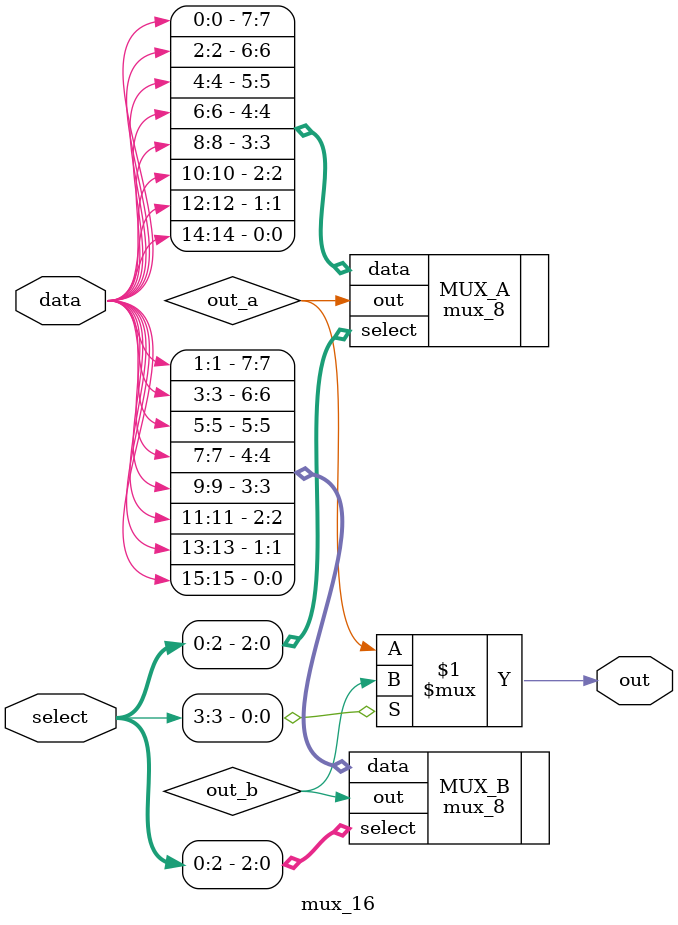
<source format=sv>
module mux_16(data, select, out);

input wire [0:15] data;
input wire [0:3] select;
output logic out;

wire out_a, out_b;

mux_8 MUX_A(
  .data({data[0], data[2], data[4], data[6], data[8], data[10], data[12], data[14]}),
  .select(select[0:2]),
  .out(out_a)
);

mux_8 MUX_B(
  .data({data[1], data[3], data[5], data[7], data[9], data[11], data[13], data[15]}),
  .select(select[0:2]),
  .out(out_b)
);

assign out = select[3] ? out_b : out_a;

endmodule
</source>
